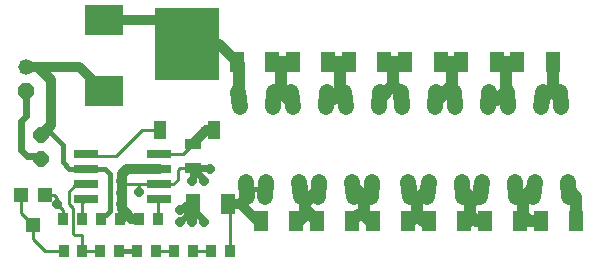
<source format=gtl>
G75*
%MOIN*%
%OFA0B0*%
%FSLAX24Y24*%
%IPPOS*%
%LPD*%
%AMOC8*
5,1,8,0,0,1.08239X$1,22.5*
%
%ADD10R,0.0800X0.0260*%
%ADD11R,0.2126X0.2441*%
%ADD12R,0.0394X0.0630*%
%ADD13R,0.0571X0.0374*%
%ADD14R,0.1280X0.0984*%
%ADD15R,0.0374X0.0394*%
%ADD16OC8,0.0515*%
%ADD17OC8,0.0520*%
%ADD18C,0.0520*%
%ADD19C,0.0520*%
%ADD20R,0.0453X0.0709*%
%ADD21R,0.0512X0.0512*%
%ADD22R,0.0472X0.0492*%
%ADD23C,0.0320*%
%ADD24C,0.0100*%
%ADD25C,0.0160*%
%ADD26C,0.0240*%
%ADD27OC8,0.0310*%
%ADD28C,0.0400*%
D10*
X003529Y002720D03*
X003529Y003220D03*
X003529Y003720D03*
X003529Y004220D03*
X005949Y004220D03*
X005949Y003720D03*
X005949Y003220D03*
X005949Y002720D03*
D11*
X006873Y007880D03*
D12*
X007771Y005006D03*
X005975Y005006D03*
D13*
X007070Y004549D03*
X007070Y003762D03*
D14*
X004117Y006305D03*
X004117Y008667D03*
D15*
X004028Y002047D03*
X004658Y002047D03*
X005274Y002049D03*
X005904Y002049D03*
X005859Y000990D03*
X006460Y000990D03*
X007089Y000990D03*
X007690Y000990D03*
X008320Y000990D03*
X005229Y000990D03*
X004629Y000990D03*
X003999Y000990D03*
X003399Y000990D03*
X002769Y000990D03*
X002755Y002047D03*
X003385Y002047D03*
D16*
X002026Y004065D03*
X002026Y004852D03*
D17*
X001526Y006322D03*
D18*
X001526Y007122D03*
D19*
X008590Y006287D02*
X008635Y005769D01*
X009737Y005769D02*
X009782Y006287D01*
X010361Y006287D02*
X010407Y005769D01*
X011509Y005769D02*
X011554Y006287D01*
X012133Y006287D02*
X012178Y005769D01*
X013280Y005769D02*
X013326Y006287D01*
X014003Y006287D02*
X014048Y005769D01*
X015150Y005769D02*
X015196Y006287D01*
X015775Y006287D02*
X015820Y005769D01*
X016922Y005769D02*
X016967Y006287D01*
X017546Y006287D02*
X017592Y005769D01*
X018694Y005769D02*
X018739Y006287D01*
X019318Y006287D02*
X019363Y005769D01*
X019579Y003298D02*
X019625Y002780D01*
X018432Y002780D02*
X018477Y003298D01*
X017808Y003298D02*
X017853Y002780D01*
X016660Y002780D02*
X016706Y003298D01*
X016036Y003298D02*
X016081Y002780D01*
X014889Y002780D02*
X014934Y003298D01*
X014264Y003298D02*
X014310Y002780D01*
X013019Y002780D02*
X013064Y003298D01*
X012394Y003298D02*
X012440Y002780D01*
X011247Y002780D02*
X011292Y003298D01*
X010623Y003298D02*
X010668Y002780D01*
X009475Y002780D02*
X009521Y003298D01*
X008851Y003298D02*
X008896Y002780D01*
D20*
X008251Y002565D03*
X007070Y002565D03*
X009334Y001974D03*
X010515Y001974D03*
X011204Y001974D03*
X012385Y001974D03*
X013074Y001974D03*
X014255Y001974D03*
X014944Y001974D03*
X016125Y001974D03*
X016814Y001974D03*
X017995Y001974D03*
X018684Y001974D03*
X019865Y001974D03*
X019078Y007289D03*
X017897Y007289D03*
X017208Y007289D03*
X016026Y007289D03*
X015337Y007289D03*
X014156Y007289D03*
X013467Y007289D03*
X012286Y007289D03*
X011597Y007289D03*
X010416Y007289D03*
X009727Y007289D03*
X008546Y007289D03*
D21*
X001755Y001856D03*
D22*
X002149Y002850D03*
X001361Y002850D03*
D23*
X004708Y003155D02*
X004708Y002368D01*
X004904Y002171D01*
X005026Y002049D01*
X005274Y002049D01*
X004708Y003155D02*
X004708Y003549D01*
X004879Y003720D01*
X005949Y003720D01*
X007070Y004549D02*
X007526Y005006D01*
X007771Y005006D01*
X004117Y006305D02*
X003300Y007122D01*
X001526Y007122D01*
X001922Y007122D01*
X002345Y006699D01*
X002345Y005171D01*
X002026Y004852D01*
X006873Y007880D02*
X007956Y007880D01*
X008546Y007289D01*
X007070Y008077D02*
X006873Y007880D01*
X007070Y008077D02*
X007070Y008273D01*
X006676Y008667D01*
X004117Y008667D01*
X008874Y003039D02*
X008841Y003007D01*
X008841Y002762D01*
X008645Y002565D01*
X009235Y001974D01*
X009334Y001974D01*
X008645Y002565D02*
X008251Y002565D01*
D24*
X002149Y000990D02*
X001755Y001384D01*
X001755Y001856D01*
X001361Y002250D01*
X001361Y002850D01*
X002149Y002850D02*
X002454Y002850D01*
X002542Y002762D01*
X002542Y002565D01*
X002755Y002352D01*
X002755Y002047D01*
X003084Y002417D02*
X003084Y001580D01*
X003133Y001531D01*
X003379Y001531D01*
X003399Y001512D01*
X003399Y000990D01*
X003999Y000990D01*
X002769Y000990D02*
X002149Y000990D01*
X003385Y002047D02*
X003385Y002576D01*
X003529Y002720D01*
X003084Y002417D02*
X002936Y002565D01*
X002936Y002958D01*
X003133Y003155D01*
X003464Y003155D01*
X003529Y003220D01*
X004708Y003155D02*
X004773Y003220D01*
X005298Y003220D01*
X005298Y002958D01*
X005298Y003220D02*
X005949Y003220D01*
X005965Y003204D01*
X006430Y003204D01*
X006578Y003352D01*
X006578Y003697D01*
X006643Y003762D01*
X007070Y003762D01*
X006741Y004220D02*
X007070Y004549D01*
X006741Y004220D02*
X005949Y004220D01*
X005377Y005006D02*
X004511Y004140D01*
X003610Y004140D01*
X003529Y004220D01*
X005377Y005006D02*
X005975Y005006D01*
X005949Y002720D02*
X005904Y002676D01*
X005904Y002049D01*
X005859Y000990D02*
X006460Y000990D01*
X007089Y000990D02*
X007690Y000990D01*
X008320Y000990D02*
X008320Y002496D01*
X008251Y002565D01*
D25*
X008874Y003039D02*
X009498Y003039D01*
X005229Y000990D02*
X004629Y000990D01*
X004658Y002047D02*
X004780Y002047D01*
X004904Y002171D01*
X004314Y002332D02*
X004028Y002047D01*
X004314Y002332D02*
X004314Y003549D01*
X004143Y003720D01*
X003529Y003720D01*
X002961Y003720D01*
X002739Y003943D01*
X002739Y004533D01*
X002345Y004927D01*
X002101Y004927D01*
X002026Y004852D01*
D26*
X001526Y005486D02*
X001361Y005321D01*
X001361Y004336D01*
X001558Y004140D01*
X001952Y004140D01*
X002026Y004065D01*
X001526Y005486D02*
X001526Y006322D01*
X007070Y003746D02*
X007070Y003352D01*
X007463Y003352D02*
X007070Y003746D01*
X007660Y003746D01*
X007070Y002565D02*
X006873Y002565D01*
X006650Y002342D01*
X006873Y002368D02*
X007070Y002565D01*
X007070Y002368D01*
X007463Y001974D01*
X007070Y001974D02*
X007070Y002368D01*
X006873Y002368D02*
X006873Y002171D01*
X006676Y001974D01*
D27*
X006650Y001949D03*
X007044Y001949D03*
X007438Y001949D03*
X006650Y002342D03*
X005298Y002958D03*
X004682Y002933D03*
X004682Y003327D03*
X004879Y003720D03*
X005273Y003720D03*
X007044Y003327D03*
X007438Y003327D03*
X007635Y003720D03*
X004682Y002539D03*
X002542Y002565D03*
D28*
X008612Y006028D02*
X008612Y007223D01*
X008546Y007289D01*
X009727Y007289D02*
X010023Y007289D01*
X010023Y006305D01*
X010023Y006290D01*
X009760Y006028D01*
X010023Y006305D02*
X010300Y006028D01*
X010384Y006028D01*
X011531Y006028D02*
X011714Y006028D01*
X011991Y006305D01*
X011991Y007289D01*
X012286Y007289D01*
X011991Y007289D02*
X011597Y007289D01*
X010416Y007289D02*
X010023Y007289D01*
X011991Y006305D02*
X012156Y006140D01*
X012156Y006028D01*
X013303Y006028D02*
X013303Y006042D01*
X013763Y006502D01*
X013763Y007289D01*
X014156Y007289D01*
X013763Y007289D02*
X013467Y007289D01*
X013763Y006502D02*
X014026Y006239D01*
X014026Y006028D01*
X015173Y006028D02*
X015257Y006028D01*
X015731Y006502D01*
X015731Y006094D01*
X015797Y006028D01*
X015731Y006502D02*
X015731Y007092D01*
X015928Y007289D01*
X016026Y007289D01*
X015337Y007289D01*
X017208Y007289D02*
X017503Y007289D01*
X017700Y007289D01*
X017897Y007289D01*
X017503Y007289D02*
X017503Y006305D01*
X017225Y006028D01*
X016945Y006028D01*
X017503Y006094D02*
X017569Y006028D01*
X017503Y006094D02*
X017503Y006305D01*
X018716Y006028D02*
X019036Y006347D01*
X019341Y006042D01*
X019341Y006028D01*
X019036Y006347D02*
X019078Y006389D01*
X019078Y007289D01*
X019602Y003039D02*
X019865Y002776D01*
X019865Y001974D01*
X018684Y001974D02*
X018290Y001974D01*
X018093Y002171D01*
X018093Y002073D01*
X017995Y001974D01*
X018093Y002171D02*
X018093Y002762D01*
X017830Y003025D01*
X017830Y003039D01*
X018093Y002762D02*
X018371Y003039D01*
X018455Y003039D01*
X016683Y003039D02*
X016683Y002926D01*
X016322Y002565D01*
X016322Y002171D01*
X016420Y002073D01*
X016322Y001974D01*
X016125Y001974D01*
X016420Y002073D02*
X016519Y001974D01*
X016814Y001974D01*
X016322Y002565D02*
X016322Y002776D01*
X016059Y003039D01*
X014911Y003039D02*
X014550Y002678D01*
X014287Y002941D01*
X014287Y003039D01*
X014550Y002678D02*
X014550Y002171D01*
X014353Y001974D01*
X014255Y001974D01*
X014550Y002171D02*
X014747Y001974D01*
X014944Y001974D01*
X013074Y001974D02*
X012975Y001974D01*
X012778Y002171D01*
X012582Y002171D01*
X012385Y001974D01*
X012778Y002171D02*
X012778Y002776D01*
X012515Y003039D01*
X012417Y003039D01*
X012778Y002776D02*
X013041Y003039D01*
X011270Y003039D02*
X010901Y002670D01*
X010645Y002926D01*
X010645Y003039D01*
X010901Y002670D02*
X010810Y002579D01*
X010810Y002368D01*
X010908Y002269D01*
X010613Y001974D01*
X010515Y001974D01*
X010908Y002269D02*
X011204Y001974D01*
M02*

</source>
